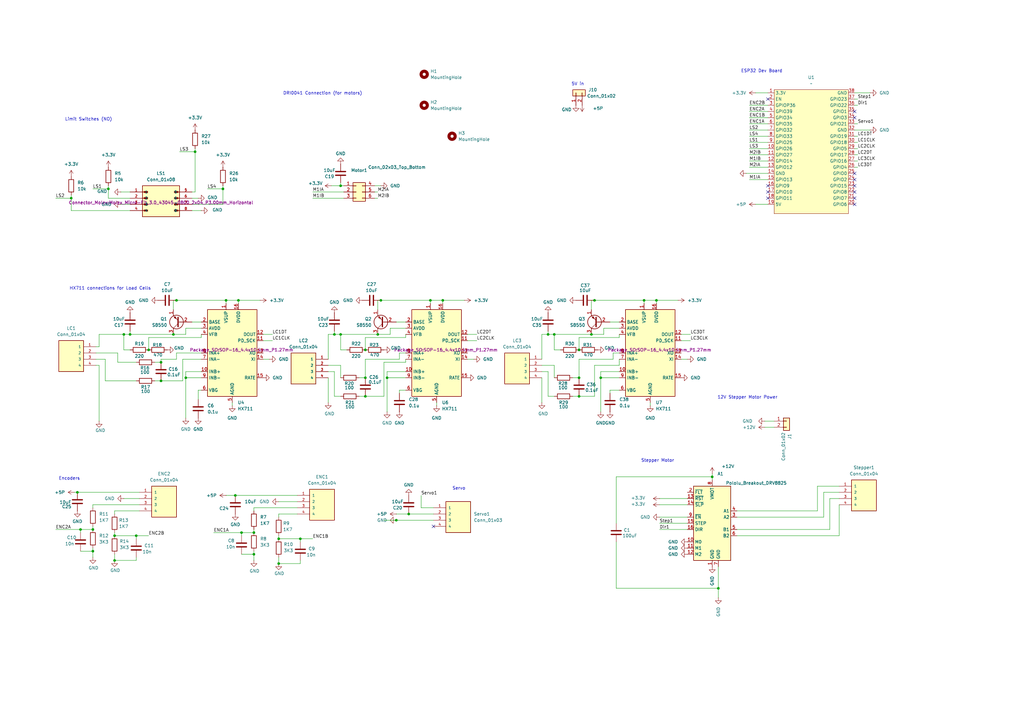
<source format=kicad_sch>
(kicad_sch (version 20250114) (generator "eeschema") (generator_version "9.0")
  (paper "A3")
  (text "DRI0041 Connection (for motors)\n" (at 132.334 38.354 0) (effects (font (size 1.27 1.27))))
  (text "Servo\n" (at 188.214 200.406 0) (effects (font (size 1.27 1.27))))
  (text "Encoders\n" (at 28.448 196.342 0) (effects (font (size 1.27 1.27))))
  (text "5V in\n" (at 236.982 34.544 0) (effects (font (size 1.27 1.27))))
  (text "Limit Switches (NO)\n" (at 36.322 49.022 0) (effects (font (size 1.27 1.27))))
  (text "ESP32 Dev Board" (at 312.42 29.21 0) (effects (font (size 1.27 1.27))))
  (text "Stepper Motor" (at 269.748 188.976 0) (effects (font (size 1.27 1.27))))
  (text "HX711 connections for Load Cells\n" (at 45.212 118.364 0) (effects (font (size 1.27 1.27))))
  (text "12V Stepper Motor Power" (at 306.578 163.068 0) (effects (font (size 1.27 1.27))))
  (junction (at 137.16 137.16))
  (junction (at 123.19 220.98))
  (junction (at 264.16 123.19))
  (junction (at 38.1 217.17))
  (junction (at 97.79 123.19))
  (junction (at 99.06 218.44))
  (junction (at 156.21 123.19))
  (junction (at 149.86 162.56))
  (junction (at 44.45 77.47))
  (junction (at 237.49 162.56))
  (junction (at 149.86 154.94))
  (junction (at 292.1 195.58))
  (junction (at 114.3 220.98))
  (junction (at 104.14 227.33))
  (junction (at 33.02 217.17))
  (junction (at 91.44 77.47))
  (junction (at 243.84 123.19))
  (junction (at 55.88 219.71))
  (junction (at 242.57 137.16))
  (junction (at 237.49 154.94))
  (junction (at 154.94 137.16))
  (junction (at 269.24 123.19))
  (junction (at 66.04 148.59))
  (junction (at 237.49 143.51))
  (junction (at 227.33 137.16))
  (junction (at 71.12 137.16))
  (junction (at 139.7 76.2))
  (junction (at 53.34 137.16))
  (junction (at 114.3 231.14))
  (junction (at 224.79 137.16))
  (junction (at 66.04 156.21))
  (junction (at 158.75 154.94))
  (junction (at 72.39 123.19))
  (junction (at 104.14 218.44))
  (junction (at 149.86 143.51))
  (junction (at 80.01 62.23))
  (junction (at 162.56 213.36))
  (junction (at 139.7 137.16))
  (junction (at 246.38 154.94))
  (junction (at 31.75 201.93))
  (junction (at 181.61 123.19))
  (junction (at 176.53 123.19))
  (junction (at 50.8 137.16))
  (junction (at 46.99 229.87))
  (junction (at 60.96 143.51))
  (junction (at 167.64 210.82))
  (junction (at 294.64 241.3))
  (junction (at 38.1 226.06))
  (junction (at 46.99 219.71))
  (junction (at 92.71 123.19))
  (junction (at 96.52 203.2))
  (junction (at 29.21 81.28))
  (junction (at 76.2 154.94))
  (no_connect (at 350.52 78.74))
  (no_connect (at 350.52 45.72))
  (no_connect (at 350.52 73.66))
  (no_connect (at 350.52 71.12))
  (no_connect (at 314.96 78.74))
  (no_connect (at 350.52 81.28))
  (no_connect (at 314.96 76.2))
  (no_connect (at 350.52 76.2))
  (no_connect (at 350.52 83.82))
  (no_connect (at 314.96 81.28))
  (no_connect (at 350.52 48.26))
  (no_connect (at 177.8 215.9))
  (no_connect (at 314.96 40.64))
  (wire (pts (xy 254 137.16) (xy 254 138.43)))
  (wire (pts (xy 48.26 148.59) (xy 48.26 144.78)))
  (wire (pts (xy 356.87 53.34) (xy 350.52 53.34)))
  (wire (pts (xy 137.16 162.56) (xy 137.16 152.4)))
  (wire (pts (xy 307.34 48.26) (xy 314.96 48.26)))
  (wire (pts (xy 279.4 137.16) (xy 283.21 137.16)))
  (wire (pts (xy 229.87 143.51) (xy 227.33 143.51)))
  (wire (pts (xy 162.56 210.82) (xy 167.64 210.82)))
  (wire (pts (xy 351.79 68.58) (xy 350.52 68.58)))
  (wire (pts (xy 237.49 147.32) (xy 251.46 147.32)))
  (wire (pts (xy 55.88 156.21) (xy 43.18 156.21)))
  (wire (pts (xy 307.34 63.5) (xy 314.96 63.5)))
  (wire (pts (xy 72.39 147.32) (xy 72.39 144.78)))
  (wire (pts (xy 97.79 123.19) (xy 97.79 124.46)))
  (wire (pts (xy 270.51 207.01) (xy 281.94 207.01)))
  (wire (pts (xy 60.96 138.43) (xy 60.96 143.51)))
  (wire (pts (xy 154.94 137.16) (xy 139.7 137.16)))
  (wire (pts (xy 99.06 218.44) (xy 104.14 218.44)))
  (wire (pts (xy 264.16 123.19) (xy 269.24 123.19)))
  (wire (pts (xy 107.95 137.16) (xy 111.76 137.16)))
  (wire (pts (xy 246.38 154.94) (xy 254 154.94)))
  (wire (pts (xy 264.16 123.19) (xy 264.16 124.46)))
  (wire (pts (xy 227.33 137.16) (xy 224.79 137.16)))
  (wire (pts (xy 114.3 210.82) (xy 121.92 210.82)))
  (wire (pts (xy 340.36 204.47) (xy 344.17 204.47)))
  (wire (pts (xy 307.34 53.34) (xy 314.96 53.34)))
  (wire (pts (xy 149.86 147.32) (xy 149.86 154.94)))
  (wire (pts (xy 344.17 207.01) (xy 344.17 219.71)))
  (wire (pts (xy 176.53 123.19) (xy 181.61 123.19)))
  (wire (pts (xy 91.44 77.47) (xy 91.44 83.82)))
  (wire (pts (xy 172.72 208.28) (xy 177.8 208.28)))
  (wire (pts (xy 351.79 60.96) (xy 350.52 60.96)))
  (wire (pts (xy 243.84 123.19) (xy 264.16 123.19)))
  (wire (pts (xy 270.51 217.17) (xy 281.94 217.17)))
  (wire (pts (xy 227.33 137.16) (xy 227.33 143.51)))
  (wire (pts (xy 247.65 137.16) (xy 242.57 137.16)))
  (wire (pts (xy 30.48 201.93) (xy 31.75 201.93)))
  (wire (pts (xy 46.99 227.33) (xy 46.99 229.87)))
  (wire (pts (xy 85.09 77.47) (xy 91.44 77.47)))
  (wire (pts (xy 134.62 137.16) (xy 137.16 137.16)))
  (wire (pts (xy 66.04 147.32) (xy 72.39 147.32)))
  (wire (pts (xy 237.49 138.43) (xy 237.49 143.51)))
  (wire (pts (xy 252.73 222.25) (xy 252.73 241.3)))
  (wire (pts (xy 49.53 83.82) (xy 53.34 83.82)))
  (wire (pts (xy 80.01 60.96) (xy 80.01 62.23)))
  (wire (pts (xy 270.51 212.09) (xy 281.94 212.09)))
  (wire (pts (xy 335.28 199.39) (xy 335.28 209.55)))
  (wire (pts (xy 39.37 149.86) (xy 40.64 149.86)))
  (wire (pts (xy 279.4 147.32) (xy 281.94 147.32)))
  (wire (pts (xy 172.72 203.2) (xy 172.72 208.28)))
  (wire (pts (xy 114.3 212.09) (xy 114.3 210.82)))
  (wire (pts (xy 46.99 219.71) (xy 55.88 219.71)))
  (wire (pts (xy 147.32 154.94) (xy 149.86 154.94)))
  (wire (pts (xy 104.14 226.06) (xy 104.14 227.33)))
  (wire (pts (xy 351.79 43.18) (xy 350.52 43.18)))
  (wire (pts (xy 351.79 63.5) (xy 350.52 63.5)))
  (wire (pts (xy 237.49 162.56) (xy 243.84 162.56)))
  (wire (pts (xy 44.45 76.2) (xy 44.45 77.47)))
  (wire (pts (xy 73.66 62.23) (xy 80.01 62.23)))
  (wire (pts (xy 162.56 132.08) (xy 166.37 132.08)))
  (wire (pts (xy 72.39 123.19) (xy 92.71 123.19)))
  (wire (pts (xy 166.37 148.59) (xy 166.37 147.32)))
  (wire (pts (xy 134.62 154.94) (xy 134.62 165.1)))
  (wire (pts (xy 163.83 144.78) (xy 166.37 144.78)))
  (wire (pts (xy 306.07 71.12) (xy 314.96 71.12)))
  (wire (pts (xy 139.7 137.16) (xy 137.16 137.16)))
  (wire (pts (xy 234.95 162.56) (xy 237.49 162.56)))
  (wire (pts (xy 307.34 43.18) (xy 314.96 43.18)))
  (wire (pts (xy 356.87 38.1) (xy 350.52 38.1)))
  (wire (pts (xy 139.7 137.16) (xy 139.7 143.51)))
  (wire (pts (xy 153.67 81.28) (xy 154.94 81.28)))
  (wire (pts (xy 82.55 134.62) (xy 76.2 134.62)))
  (wire (pts (xy 40.64 137.16) (xy 50.8 137.16)))
  (wire (pts (xy 307.34 60.96) (xy 314.96 60.96)))
  (wire (pts (xy 250.19 132.08) (xy 254 132.08)))
  (wire (pts (xy 81.28 160.02) (xy 81.28 163.83)))
  (wire (pts (xy 153.67 76.2) (xy 156.21 76.2)))
  (wire (pts (xy 158.75 154.94) (xy 158.75 168.91)))
  (wire (pts (xy 29.21 80.01) (xy 29.21 81.28)))
  (wire (pts (xy 76.2 154.94) (xy 76.2 171.45)))
  (wire (pts (xy 179.07 165.1) (xy 179.07 166.37)))
  (wire (pts (xy 166.37 152.4) (xy 158.75 152.4)))
  (wire (pts (xy 78.74 83.82) (xy 91.44 83.82)))
  (wire (pts (xy 149.86 147.32) (xy 163.83 147.32)))
  (wire (pts (xy 254 149.86) (xy 254 147.32)))
  (wire (pts (xy 166.37 134.62) (xy 160.02 134.62)))
  (wire (pts (xy 270.51 204.47) (xy 281.94 204.47)))
  (wire (pts (xy 99.06 218.44) (xy 99.06 219.71)))
  (wire (pts (xy 149.86 162.56) (xy 157.48 162.56)))
  (wire (pts (xy 114.3 220.98) (xy 114.3 219.71)))
  (wire (pts (xy 252.73 214.63) (xy 252.73 195.58)))
  (wire (pts (xy 270.51 214.63) (xy 281.94 214.63)))
  (wire (pts (xy 139.7 74.93) (xy 139.7 76.2)))
  (wire (pts (xy 224.79 162.56) (xy 224.79 152.4)))
  (wire (pts (xy 137.16 137.16) (xy 137.16 135.89)))
  (wire (pts (xy 33.02 226.06) (xy 38.1 226.06)))
  (wire (pts (xy 247.65 134.62) (xy 247.65 137.16)))
  (wire (pts (xy 71.12 123.19) (xy 72.39 123.19)))
  (wire (pts (xy 139.7 154.94) (xy 139.7 149.86)))
  (wire (pts (xy 50.8 204.47) (xy 57.15 204.47)))
  (wire (pts (xy 313.69 172.72) (xy 317.5 172.72)))
  (wire (pts (xy 63.5 156.21) (xy 66.04 156.21)))
  (wire (pts (xy 99.06 227.33) (xy 104.14 227.33)))
  (wire (pts (xy 55.88 219.71) (xy 55.88 220.98)))
  (wire (pts (xy 82.55 138.43) (xy 82.55 137.16)))
  (wire (pts (xy 134.62 152.4) (xy 137.16 152.4)))
  (wire (pts (xy 123.19 220.98) (xy 123.19 222.25)))
  (wire (pts (xy 76.2 137.16) (xy 71.12 137.16)))
  (wire (pts (xy 250.19 160.02) (xy 250.19 161.29)))
  (wire (pts (xy 114.3 205.74) (xy 121.92 205.74)))
  (wire (pts (xy 66.04 156.21) (xy 74.93 156.21)))
  (wire (pts (xy 74.93 147.32) (xy 82.55 147.32)))
  (wire (pts (xy 38.1 224.79) (xy 38.1 226.06)))
  (wire (pts (xy 50.8 137.16) (xy 53.34 137.16)))
  (wire (pts (xy 252.73 195.58) (xy 292.1 195.58)))
  (wire (pts (xy 163.83 160.02) (xy 166.37 160.02)))
  (wire (pts (xy 191.77 147.32) (xy 194.31 147.32)))
  (wire (pts (xy 123.19 229.87) (xy 123.19 231.14)))
  (wire (pts (xy 38.1 207.01) (xy 57.15 207.01)))
  (wire (pts (xy 91.44 76.2) (xy 91.44 77.47)))
  (wire (pts (xy 39.37 144.78) (xy 48.26 144.78)))
  (wire (pts (xy 46.99 210.82) (xy 46.99 209.55)))
  (wire (pts (xy 22.86 81.28) (xy 29.21 81.28)))
  (wire (pts (xy 222.25 137.16) (xy 222.25 147.32)))
  (wire (pts (xy 139.7 76.2) (xy 140.97 76.2)))
  (wire (pts (xy 266.7 165.1) (xy 266.7 166.37)))
  (wire (pts (xy 307.34 45.72) (xy 314.96 45.72)))
  (wire (pts (xy 153.67 78.74) (xy 154.94 78.74)))
  (wire (pts (xy 114.3 220.98) (xy 123.19 220.98)))
  (wire (pts (xy 139.7 162.56) (xy 137.16 162.56)))
  (wire (pts (xy 166.37 137.16) (xy 166.37 138.43)))
  (wire (pts (xy 104.14 208.28) (xy 104.14 209.55)))
  (wire (pts (xy 97.79 123.19) (xy 106.68 123.19)))
  (wire (pts (xy 252.73 241.3) (xy 294.64 241.3)))
  (wire (pts (xy 33.02 217.17) (xy 38.1 217.17)))
  (wire (pts (xy 222.25 137.16) (xy 224.79 137.16)))
  (wire (pts (xy 123.19 220.98) (xy 128.27 220.98)))
  (wire (pts (xy 254 138.43) (xy 237.49 138.43)))
  (wire (pts (xy 160.02 134.62) (xy 160.02 137.16)))
  (wire (pts (xy 158.75 152.4) (xy 158.75 154.94)))
  (wire (pts (xy 163.83 147.32) (xy 163.83 144.78)))
  (wire (pts (xy 53.34 137.16) (xy 53.34 135.89)))
  (wire (pts (xy 82.55 152.4) (xy 76.2 152.4)))
  (wire (pts (xy 107.95 147.32) (xy 110.49 147.32)))
  (wire (pts (xy 128.27 81.28) (xy 140.97 81.28)))
  (wire (pts (xy 242.57 123.19) (xy 242.57 127)))
  (wire (pts (xy 134.62 137.16) (xy 134.62 147.32)))
  (wire (pts (xy 157.48 148.59) (xy 166.37 148.59)))
  (wire (pts (xy 351.79 40.64) (xy 350.52 40.64)))
  (wire (pts (xy 294.64 241.3) (xy 294.64 232.41)))
  (wire (pts (xy 162.56 213.36) (xy 177.8 213.36)))
  (wire (pts (xy 107.95 139.7) (xy 111.76 139.7)))
  (wire (pts (xy 157.48 213.36) (xy 162.56 213.36)))
  (wire (pts (xy 158.75 154.94) (xy 166.37 154.94)))
  (wire (pts (xy 243.84 162.56) (xy 243.84 149.86)))
  (wire (pts (xy 191.77 139.7) (xy 195.58 139.7)))
  (wire (pts (xy 46.99 209.55) (xy 57.15 209.55)))
  (wire (pts (xy 38.1 215.9) (xy 38.1 217.17)))
  (wire (pts (xy 80.01 62.23) (xy 80.01 78.74)))
  (wire (pts (xy 292.1 194.31) (xy 292.1 195.58)))
  (wire (pts (xy 251.46 144.78) (xy 254 144.78)))
  (wire (pts (xy 147.32 162.56) (xy 149.86 162.56)))
  (wire (pts (xy 76.2 154.94) (xy 82.55 154.94)))
  (wire (pts (xy 269.24 123.19) (xy 278.13 123.19)))
  (wire (pts (xy 29.21 81.28) (xy 29.21 86.36)))
  (wire (pts (xy 337.82 201.93) (xy 344.17 201.93)))
  (wire (pts (xy 46.99 219.71) (xy 46.99 218.44)))
  (wire (pts (xy 251.46 147.32) (xy 251.46 144.78)))
  (wire (pts (xy 81.28 160.02) (xy 82.55 160.02)))
  (wire (pts (xy 95.25 165.1) (xy 95.25 166.37)))
  (wire (pts (xy 38.1 77.47) (xy 44.45 77.47)))
  (wire (pts (xy 87.63 218.44) (xy 99.06 218.44)))
  (wire (pts (xy 234.95 154.94) (xy 237.49 154.94)))
  (wire (pts (xy 92.71 203.2) (xy 96.52 203.2)))
  (wire (pts (xy 227.33 162.56) (xy 224.79 162.56)))
  (wire (pts (xy 44.45 81.28) (xy 53.34 81.28)))
  (wire (pts (xy 104.14 217.17) (xy 104.14 218.44)))
  (wire (pts (xy 250.19 160.02) (xy 254 160.02)))
  (wire (pts (xy 149.86 138.43) (xy 149.86 143.51)))
  (wire (pts (xy 40.64 149.86) (xy 40.64 172.72)))
  (wire (pts (xy 222.25 149.86) (xy 227.33 149.86)))
  (wire (pts (xy 309.88 38.1) (xy 314.96 38.1)))
  (wire (pts (xy 134.62 149.86) (xy 139.7 149.86)))
  (wire (pts (xy 307.34 55.88) (xy 314.96 55.88)))
  (wire (pts (xy 335.28 199.39) (xy 344.17 199.39)))
  (wire (pts (xy 279.4 139.7) (xy 283.21 139.7)))
  (wire (pts (xy 254 152.4) (xy 246.38 152.4)))
  (wire (pts (xy 50.8 137.16) (xy 50.8 143.51)))
  (wire (pts (xy 307.34 68.58) (xy 314.96 68.58)))
  (wire (pts (xy 242.57 123.19) (xy 243.84 123.19)))
  (wire (pts (xy 313.69 175.26) (xy 317.5 175.26)))
  (wire (pts (xy 55.88 219.71) (xy 60.96 219.71)))
  (wire (pts (xy 92.71 123.19) (xy 97.79 123.19)))
  (wire (pts (xy 154.94 123.19) (xy 156.21 123.19)))
  (wire (pts (xy 156.21 123.19) (xy 176.53 123.19)))
  (wire (pts (xy 176.53 123.19) (xy 176.53 124.46)))
  (wire (pts (xy 53.34 143.51) (xy 50.8 143.51)))
  (wire (pts (xy 135.89 76.2) (xy 139.7 76.2)))
  (wire (pts (xy 38.1 207.01) (xy 38.1 208.28)))
  (wire (pts (xy 63.5 148.59) (xy 66.04 148.59)))
  (wire (pts (xy 351.79 55.88) (xy 350.52 55.88)))
  (wire (pts (xy 246.38 154.94) (xy 246.38 168.91)))
  (wire (pts (xy 44.45 77.47) (xy 44.45 81.28)))
  (wire (pts (xy 66.04 147.32) (xy 66.04 148.59)))
  (wire (pts (xy 351.79 66.04) (xy 350.52 66.04)))
  (wire (pts (xy 92.71 123.19) (xy 92.71 124.46)))
  (wire (pts (xy 114.3 228.6) (xy 114.3 231.14)))
  (wire (pts (xy 157.48 162.56) (xy 157.48 148.59)))
  (wire (pts (xy 181.61 123.19) (xy 181.61 124.46)))
  (wire (pts (xy 340.36 204.47) (xy 340.36 217.17)))
  (wire (pts (xy 222.25 154.94) (xy 222.25 165.1)))
  (wire (pts (xy 72.39 144.78) (xy 82.55 144.78)))
  (wire (pts (xy 49.53 78.74) (xy 53.34 78.74)))
  (wire (pts (xy 33.02 217.17) (xy 33.02 218.44)))
  (wire (pts (xy 246.38 152.4) (xy 246.38 154.94)))
  (wire (pts (xy 40.64 137.16) (xy 40.64 142.24)))
  (wire (pts (xy 351.79 58.42) (xy 350.52 58.42)))
  (wire (pts (xy 123.19 231.14) (xy 114.3 231.14)))
  (wire (pts (xy 74.93 156.21) (xy 74.93 147.32)))
  (wire (pts (xy 55.88 229.87) (xy 46.99 229.87)))
  (wire (pts (xy 82.55 138.43) (xy 60.96 138.43)))
  (wire (pts (xy 128.27 78.74) (xy 140.97 78.74)))
  (wire (pts (xy 340.36 217.17) (xy 302.26 217.17)))
  (wire (pts (xy 22.86 217.17) (xy 33.02 217.17)))
  (wire (pts (xy 181.61 123.19) (xy 190.5 123.19)))
  (wire (pts (xy 38.1 226.06) (xy 38.1 228.6)))
  (wire (pts (xy 154.94 123.19) (xy 154.94 127)))
  (wire (pts (xy 78.74 132.08) (xy 82.55 132.08)))
  (wire (pts (xy 335.28 209.55) (xy 302.26 209.55)))
  (wire (pts (xy 269.24 123.19) (xy 269.24 124.46)))
  (wire (pts (xy 55.88 228.6) (xy 55.88 229.87)))
  (wire (pts (xy 222.25 152.4) (xy 224.79 152.4)))
  (wire (pts (xy 142.24 143.51) (xy 139.7 143.51)))
  (wire (pts (xy 243.84 149.86) (xy 254 149.86)))
  (wire (pts (xy 104.14 208.28) (xy 121.92 208.28)))
  (wire (pts (xy 309.88 83.82) (xy 314.96 83.82)))
  (wire (pts (xy 307.34 73.66) (xy 314.96 73.66)))
  (wire (pts (xy 337.82 201.93) (xy 337.82 212.09)))
  (wire (pts (xy 71.12 123.19) (xy 71.12 127)))
  (wire (pts (xy 237.49 147.32) (xy 237.49 154.94)))
  (wire (pts (xy 227.33 154.94) (xy 227.33 149.86)))
  (wire (pts (xy 351.79 50.8) (xy 350.52 50.8)))
  (wire (pts (xy 294.64 241.3) (xy 294.64 245.11)))
  (wire (pts (xy 29.21 86.36) (xy 53.34 86.36)))
  (wire (pts (xy 80.01 78.74) (xy 78.74 78.74)))
  (wire (pts (xy 76.2 152.4) (xy 76.2 154.94)))
  (wire (pts (xy 39.37 142.24) (xy 40.64 142.24)))
  (wire (pts (xy 53.34 137.16) (xy 71.12 137.16)))
  (wire (pts (xy 337.82 212.09) (xy 302.26 212.09)))
  (wire (pts (xy 163.83 160.02) (xy 163.83 161.29)))
  (wire (pts (xy 160.02 137.16) (xy 154.94 137.16)))
  (wire (pts (xy 104.14 227.33) (xy 104.14 229.87)))
  (wire (pts (xy 307.34 58.42) (xy 314.96 58.42)))
  (wire (pts (xy 39.37 147.32) (xy 43.18 147.32)))
  (wire (pts (xy 307.34 50.8) (xy 314.96 50.8)))
  (wire (pts (xy 43.18 156.21) (xy 43.18 147.32)))
  (wire (pts (xy 31.75 201.93) (xy 57.15 201.93)))
  (wire (pts (xy 344.17 219.71) (xy 302.26 219.71)))
  (wire (pts (xy 242.57 137.16) (xy 227.33 137.16)))
  (wire (pts (xy 78.74 86.36) (xy 82.55 86.36)))
  (wire (pts (xy 292.1 195.58) (xy 292.1 196.85)))
  (wire (pts (xy 76.2 134.62) (xy 76.2 137.16)))
  (wire (pts (xy 254 134.62) (xy 247.65 134.62)))
  (wire (pts (xy 78.74 81.28) (xy 81.28 81.28)))
  (wire (pts (xy 48.26 148.59) (xy 55.88 148.59)))
  (wire (pts (xy 191.77 137.16) (xy 195.58 137.16)))
  (wire (pts (xy 96.52 203.2) (xy 121.92 203.2)))
  (wire (pts (xy 166.37 138.43) (xy 149.86 138.43)))
  (wire (pts (xy 224.79 137.16) (xy 224.79 135.89)))
  (wire (pts (xy 167.64 210.82) (xy 177.8 210.82)))
  (wire (pts (xy 307.34 66.04) (xy 314.96 66.04)))
  (label "ENC2B" (at 60.96 219.71 0))
  (label "LS4" (at 85.09 77.47 0))
  (label "LS4" (at 307.34 55.88 0))
  (label "Step1" (at 351.79 40.64 0))
  (label "ENC2A" (at 22.86 217.17 0))
  (label "M1IA" (at 307.34 73.66 0))
  (label "M1IB" (at 128.27 81.28 0))
  (label "LC1CLK" (at 111.76 139.7 0))
  (label "LC2DT" (at 195.58 137.16 0))
  (label "M1IB" (at 307.34 66.04 0))
  (label "M1IA" (at 128.27 78.74 0))
  (label "LS3" (at 307.34 60.96 0))
  (label "LC2DT" (at 351.79 63.5 0))
  (label "LC3DT" (at 351.79 68.58 0))
  (label "ENC2A" (at 307.34 45.72 0))
  (label "LS3" (at 73.66 62.23 0))
  (label "Dir1" (at 351.79 43.18 0))
  (label "LS1" (at 307.34 58.42 0))
  (label "LC1CLK" (at 351.79 58.42 0))
  (label "Dir1" (at 270.51 217.17 0))
  (label "M2IA" (at 307.34 68.58 0))
  (label "Servo1" (at 351.79 50.8 0))
  (label "LC3CLK" (at 351.79 66.04 0))
  (label "LS1" (at 38.1 77.47 0))
  (label "ENC1B" (at 128.27 220.98 0))
  (label "LS2" (at 307.34 53.34 0))
  (label "ENC1A" (at 87.63 218.44 0))
  (label "LC3DT" (at 283.21 137.16 0))
  (label "LC1DT" (at 351.79 55.88 0))
  (label "LC2CLK" (at 351.79 60.96 0))
  (label "Step1" (at 270.51 214.63 0))
  (label "M2IB" (at 154.94 81.28 0))
  (label "LS2" (at 22.86 81.28 0))
  (label "ENC2B" (at 307.34 43.18 0))
  (label "LC3CLK" (at 283.21 139.7 0))
  (label "ENC1A" (at 307.34 50.8 0))
  (label "LC2CLK" (at 195.58 139.7 0))
  (label "M2IA" (at 154.94 78.74 0))
  (label "LC1DT" (at 111.76 137.16 0))
  (label "Servo1" (at 172.72 203.2 0))
  (label "ENC1B" (at 307.34 48.26 0))
  (label "M2IB" (at 307.34 63.5 0))
  (symbol (lib_id "Device:C") (at 55.88 224.79 0) (unit 1)
    (property "Reference" "C11" (at 59.182 223.774 0) (effects (justify left)))
    (property "Value" "10n" (at 58.42 226.314 0) (effects (justify left)))
    (property "Footprint" "Capacitor_SMD:C_0805_2012Metric" (effects (hide yes)))
    (property "Description" "Unpolarized capacitor" (effects (hide yes)))
  )
  (symbol (lib_id "430450400:430450400") (at 29.21 144.78 0) (mirror y) (unit 1)
    (property "Reference" "LC1" (at 29.21 134.62 0))
    (property "Value" "Conn_01x04" (at 29.21 137.16 0))
    (property "Footprint" "Connector_Molex:Molex_Micro-Fit_3.0_43045-0400_2x02_P3.00mm_Horizontal" (effects (hide yes)))
    (property "Description" "Generic connector, single row, 01x04, script generated (kicad-library-utils/schlib/autogen/connector/)" (effects (hide yes)))
    (property "MF" "Molex" (effects (hide yes)))
    (property "MAXIMUM_PACKAGE_HEIGHT" "8.77mm" (effects (hide yes)))
    (property "Package" "None" (effects (hide yes)))
    (property "Price" "None" (effects (hide yes)))
    (property "Check_prices" "https://www.snapeda.com/parts/430450400/Molex/view-part/?ref=eda" (effects (hide yes)))
    (property "STANDARD" "Manufacturer Recommendations" (effects (hide yes)))
    (property "PARTREV" "G" (effects (hide yes)))
    (property "SnapEDA_Link" "https://www.snapeda.com/parts/430450400/Molex/view-part/?ref=snap" (effects (hide yes)))
    (property "MP" "430450400" (effects (hide yes)))
    (property "Description_1" "Conn Wire to Board HDR 4 POS 3mm Solder RA Side Entry Thru-Hole Micro-Fit 3.0 Tray" (effects (hide yes)))
    (property "Availability" "In Stock" (effects (hide yes)))
    (property "MANUFACTURER" "Molex" (effects (hide yes)))
    (property "Purchase-URL" "https://www.snapeda.com/api/url_track_click_mouser/?unipart_id=12304996&manufacturer=Molex&part_name=430450400&search_term=430450400" (effects (hide yes)))
  )
  (symbol (lib_id "Device:R") (at 46.99 214.63 0) (unit 1)
    (property "Reference" "R13" (at 48.768 213.36 0) (effects (justify left)))
    (property "Value" "1K7" (at 48.768 215.9 0) (effects (justify left)))
    (property "Footprint" "Resistor_SMD:R_0805_2012Metric" (effects (hide yes)))
    (property "Description" "Resistor" (effects (hide yes)))
  )
  (symbol (lib_id "power:GND") (at 356.87 38.1 90) (unit 1)
    (property "Reference" "#PWR02" (effects (hide yes)))
    (property "Value" "GND" (at 360.68 38.0999 90) (effects (justify right)))
    (property "Description" "Power symbol creates a global label with name \"GND\" , ground" (effects (hide yes)))
  )
  (symbol (lib_id "power:+3.3V") (at 278.13 123.19 270) (unit 1)
    (property "Reference" "#PWR076" (effects (hide yes)))
    (property "Value" "+3.3V" (at 281.94 123.1899 90) (effects (justify left)))
    (property "Description" "Power symbol creates a global label with name \"+3.3V\"" (effects (hide yes)))
  )
  (symbol (lib_id "power:+3.3V") (at 270.51 204.47 90) (unit 1)
    (property "Reference" "#PWR03" (effects (hide yes)))
    (property "Value" "+3.3V" (at 264.668 204.216 90) (effects (justify left)))
    (property "Description" "Power symbol creates a global label with name \"+3.3V\"" (effects (hide yes)))
  )
  (symbol (lib_id "power:+3.3V") (at 29.21 72.39 0) (unit 1)
    (property "Reference" "#PWR032" (effects (hide yes)))
    (property "Value" "+3.3V" (at 29.21 67.31 0))
    (property "Description" "Power symbol creates a global label with name \"+3.3V\"" (effects (hide yes)))
  )
  (symbol (lib_id "Device:R") (at 233.68 143.51 90) (unit 1)
    (property "Reference" "R30" (at 233.68 140.97 90))
    (property "Value" "220" (at 233.68 146.05 90))
    (property "Footprint" "Resistor_SMD:R_0805_2012Metric" (effects (hide yes)))
    (property "Description" "Resistor" (effects (hide yes)))
  )
  (symbol (lib_id "Device:C") (at 167.64 207.01 0) (mirror y) (unit 1)
    (property "Reference" "C20" (at 163.068 208.28 0))
    (property "Value" "10uF" (at 163.068 205.74 0))
    (property "Footprint" "Capacitor_SMD:C_0805_2012Metric" (effects (hide yes)))
    (property "Description" "Unpolarized capacitor" (effects (hide yes)))
  )
  (symbol (lib_id "Driver_Motor:Pololu_Breakout_DRV8825") (at 292.1 212.09 0) (unit 1)
    (property "Reference" "A1" (at 294.2433 194.31 0) (effects (justify left)))
    (property "Value" "Pololu_Breakout_DRV8825" (at 297.688 198.12 0) (effects (justify left)))
    (property "Footprint" "Module:Pololu_Breakout-16_15.2x20.3mm" (effects (hide yes)))
    (property "Datasheet" "https://www.pololu.com/product/2982" (effects (hide yes)))
    (property "Description" "Pololu Breakout Board, Stepper Driver DRV8825" (effects (hide yes)))
  )
  (symbol (lib_id "power:GND") (at 279.4 154.94 90) (unit 1)
    (property "Reference" "#PWR077" (effects (hide yes)))
    (property "Value" "GND" (at 283.21 154.9399 90) (effects (justify right)))
    (property "Description" "Power symbol creates a global label with name \"GND\" , ground" (effects (hide yes)))
  )
  (symbol (lib_id "power:+3.3V") (at 80.01 53.34 0) (unit 1)
    (property "Reference" "#PWR068" (effects (hide yes)))
    (property "Value" "+3.3V" (at 80.01 48.26 0))
    (property "Description" "Power symbol creates a global label with name \"+3.3V\"" (effects (hide yes)))
  )
  (symbol (lib_id "Device:C") (at 149.86 158.75 0) (unit 1)
    (property "Reference" "C26" (at 151.384 154.686 0) (effects (justify left)))
    (property "Value" "0.1uF" (at 151.13 156.718 0) (effects (justify left)))
    (property "Footprint" "Capacitor_SMD:C_0805_2012Metric" (effects (hide yes)))
    (property "Description" "Unpolarized capacitor" (effects (hide yes)))
  )
  (symbol (lib_id "power:GND") (at 191.77 154.94 90) (unit 1)
    (property "Reference" "#PWR064" (effects (hide yes)))
    (property "Value" "GND" (at 195.58 154.9399 90) (effects (justify right)))
    (property "Description" "Power symbol creates a global label with name \"GND\" , ground" (effects (hide yes)))
  )
  (symbol (lib_id "Device:C") (at 224.79 132.08 0) (mirror y) (unit 1)
    (property "Reference" "C35" (at 220.218 133.35 0))
    (property "Value" "10uF" (at 220.218 130.81 0))
    (property "Footprint" "Capacitor_SMD:C_0805_2012Metric" (effects (hide yes)))
    (property "Description" "Unpolarized capacitor" (effects (hide yes)))
  )
  (symbol (lib_id "Device:R") (at 44.45 72.39 0) (unit 1)
    (property "Reference" "R5" (at 46.99 71.1199 0) (effects (justify left)))
    (property "Value" "10k" (at 46.99 73.6599 0) (effects (justify left)))
    (property "Footprint" "Resistor_SMD:R_0805_2012Metric" (effects (hide yes)))
    (property "Description" "Resistor" (effects (hide yes)))
  )
  (symbol (lib_id "430450400:430450400") (at 67.31 204.47 0) (unit 1)
    (property "Reference" "ENC2" (at 67.31 194.31 0))
    (property "Value" "Conn_01x04" (at 67.31 196.85 0))
    (property "Footprint" "Connector_Molex:Molex_Micro-Fit_3.0_43045-0400_2x02_P3.00mm_Horizontal" (effects (hide yes)))
    (property "Description" "Generic connector, single row, 01x04, script generated (kicad-library-utils/schlib/autogen/connector/)" (effects (hide yes)))
    (property "MF" "Molex" (effects (hide yes)))
    (property "MAXIMUM_PACKAGE_HEIGHT" "8.77mm" (effects (hide yes)))
    (property "Package" "None" (effects (hide yes)))
    (property "Price" "None" (effects (hide yes)))
    (property "Check_prices" "https://www.snapeda.com/parts/430450400/Molex/view-part/?ref=eda" (effects (hide yes)))
    (property "STANDARD" "Manufacturer Recommendations" (effects (hide yes)))
    (property "PARTREV" "G" (effects (hide yes)))
    (property "SnapEDA_Link" "https://www.snapeda.com/parts/430450400/Molex/view-part/?ref=snap" (effects (hide yes)))
    (property "MP" "430450400" (effects (hide yes)))
    (property "Description_1" "Conn Wire to Board HDR 4 POS 3mm Solder RA Side Entry Thru-Hole Micro-Fit 3.0 Tray" (effects (hide yes)))
    (property "Availability" "In Stock" (effects (hide yes)))
    (property "MANUFACTURER" "Molex" (effects (hide yes)))
    (property "Purchase-URL" "https://www.snapeda.com/api/url_track_click_mouser/?unipart_id=12304996&manufacturer=Molex&part_name=430450400&search_term=430450400" (effects (hide yes)))
  )
  (symbol (lib_id "Device:R") (at 231.14 154.94 90) (unit 1)
    (property "Reference" "R28" (at 230.886 157.226 90))
    (property "Value" "100" (at 230.886 159.004 90))
    (property "Footprint" "Resistor_SMD:R_0805_2012Metric" (effects (hide yes)))
    (property "Description" "Resistor" (effects (hide yes)))
  )
  (symbol (lib_id "Device:R") (at 143.51 154.94 90) (unit 1)
    (property "Reference" "R20" (at 143.256 157.226 90))
    (property "Value" "100" (at 143.256 159.004 90))
    (property "Footprint" "Resistor_SMD:R_0805_2012Metric" (effects (hide yes)))
    (property "Description" "Resistor" (effects (hide yes)))
  )
  (symbol (lib_id "power:GND") (at 81.28 171.45 0) (unit 1)
    (property "Reference" "#PWR020" (effects (hide yes)))
    (property "Value" "GND" (at 81.28 176.022 0))
    (property "Description" "Power symbol creates a global label with name \"GND\" , ground" (effects (hide yes)))
  )
  (symbol (lib_id "Device:R") (at 231.14 162.56 90) (unit 1)
    (property "Reference" "R29" (at 231.14 165.1 90))
    (property "Value" "100" (at 231.14 166.878 90))
    (property "Footprint" "Resistor_SMD:R_0805_2012Metric" (effects (hide yes)))
    (property "Description" "Resistor" (effects (hide yes)))
  )
  (symbol (lib_id "Analog_ADC:HX711") (at 266.7 144.78 0) (unit 1)
    (property "Reference" "U7" (at 268.8941 165.1 0) (effects (justify left)))
    (property "Value" "HX711" (at 268.8941 167.64 0) (effects (justify left)))
    (property "Footprint" "Package_SO:SOP-16_4.4x10.4mm_P1.27mm" (at 270.51 143.51 0))
    (property "Datasheet" "https://web.archive.org/web/20220615044707/https://akizukidenshi.com/download/ds/avia/hx711.pdf" (effects (hide yes)))
    (property "Description" "24-Bit Analog-to-Digital Converter (ADC) for Weight Scales" (effects (hide yes)))
  )
  (symbol (lib_id "Device:R") (at 153.67 143.51 90) (unit 1)
    (property "Reference" "R23" (at 153.416 141.478 90))
    (property "Value" "470" (at 153.67 145.542 90))
    (property "Footprint" "Resistor_SMD:R_0805_2012Metric" (effects (hide yes)))
    (property "Description" "Resistor" (effects (hide yes)))
  )
  (symbol (lib_id "power:GND") (at 281.94 224.79 270) (unit 1)
    (property "Reference" "#PWR06" (effects (hide yes)))
    (property "Value" "GND" (at 278.13 224.7899 90) (effects (justify right)))
    (property "Description" "Power symbol creates a global label with name \"GND\" , ground" (effects (hide yes)))
  )
  (symbol (lib_id "Transistor_BJT:S8550") (at 157.48 132.08 180) (unit 1)
    (property "Reference" "Q2" (at 152.4 130.8099 0) (effects (justify left)))
    (property "Value" "S8550" (at 152.4 133.3499 0) (effects (justify left)))
    (property "Footprint" "Package_TO_SOT_THT:TO-92_Inline" (effects (hide yes)))
    (property "Datasheet" "http://www.unisonic.com.tw/datasheet/S8550.pdf" (effects (hide yes)))
    (property "Description" "0.7A Ic, 20V Vce, Low Voltage High Current PNP Transistor, TO-92" (effects (hide yes)))
  )
  (symbol (lib_id "power:GND") (at 356.87 53.34 90) (unit 1)
    (property "Reference" "#PWR036" (effects (hide yes)))
    (property "Value" "GND" (at 360.68 53.3399 90) (effects (justify right)))
    (property "Description" "Power symbol creates a global label with name \"GND\" , ground" (effects (hide yes)))
  )
  (symbol (lib_id "power:GND") (at 162.56 213.36 270) (unit 1)
    (property "Reference" "#PWR014" (effects (hide yes)))
    (property "Value" "GND" (at 158.75 213.3599 90) (effects (justify right)))
    (property "Description" "Power symbol creates a global label with name \"GND\" , ground" (effects (hide yes)))
  )
  (symbol (lib_id "power:GND") (at 294.64 245.11 0) (unit 1)
    (property "Reference" "#PWR010" (effects (hide yes)))
    (property "Value" "GND" (at 294.6399 248.92 90) (effects (justify right)))
    (property "Description" "Power symbol creates a global label with name \"GND\" , ground" (effects (hide yes)))
  )
  (symbol (lib_id "Device:R") (at 104.14 213.36 0) (unit 1)
    (property "Reference" "R7" (at 106.68 212.0899 0) (effects (justify left)))
    (property "Value" "1K7" (at 106.68 214.6299 0) (effects (justify left)))
    (property "Footprint" "Resistor_SMD:R_0805_2012Metric" (effects (hide yes)))
    (property "Description" "Resistor" (effects (hide yes)))
  )
  (symbol (lib_id "Device:C") (at 163.83 165.1 0) (unit 1)
    (property "Reference" "C28" (at 167.64 163.8299 0) (effects (justify left)))
    (property "Value" "0.1u" (at 167.64 166.3699 0) (effects (justify left)))
    (property "Footprint" "Capacitor_SMD:C_0805_2012Metric" (effects (hide yes)))
    (property "Description" "Unpolarized capacitor" (effects (hide yes)))
  )
  (symbol (lib_id "Device:R") (at 38.1 212.09 0) (unit 1)
    (property "Reference" "R11" (at 40.64 210.8199 0) (effects (justify left)))
    (property "Value" "1K7" (at 40.64 213.3599 0) (effects (justify left)))
    (property "Footprint" "Resistor_SMD:R_0805_2012Metric" (effects (hide yes)))
    (property "Description" "Resistor" (effects (hide yes)))
  )
  (symbol (lib_id "Device:C") (at 252.73 218.44 0) (unit 1)
    (property "Reference" "C1" (at 255.778 217.424 0) (effects (justify left)))
    (property "Value" "100uF" (at 255.27 219.71 0) (effects (justify left)))
    (property "Footprint" "Capacitor_SMD:C_0805_2012Metric" (effects (hide yes)))
    (property "Description" "Unpolarized capacitor" (effects (hide yes)))
  )
  (symbol (lib_id "power:GND") (at 40.64 172.72 0) (mirror y) (unit 1)
    (property "Reference" "#PWR035" (effects (hide yes)))
    (property "Value" "GND" (at 39.116 176.53 0) (effects (justify right)))
    (property "Description" "Power symbol creates a global label with name \"GND\" , ground" (effects (hide yes)))
  )
  (symbol (lib_id "power:GND") (at 107.95 154.94 90) (unit 1)
    (property "Reference" "#PWR024" (effects (hide yes)))
    (property "Value" "GND" (at 111.76 154.9399 90) (effects (justify right)))
    (property "Description" "Power symbol creates a global label with name \"GND\" , ground" (effects (hide yes)))
  )
  (symbol (lib_id "power:GND") (at 114.3 205.74 270) (unit 1)
    (property "Reference" "#PWR027" (effects (hide yes)))
    (property "Value" "GND" (at 110.49 205.7399 90) (effects (justify right)))
    (property "Description" "Power symbol creates a global label with name \"GND\" , ground" (effects (hide yes)))
  )
  (symbol (lib_id "power:GND") (at 64.77 123.19 270) (unit 1)
    (property "Reference" "#PWR022" (effects (hide yes)))
    (property "Value" "GND" (at 60.96 123.1899 90) (effects (justify right)))
    (property "Description" "Power symbol creates a global label with name \"GND\" , ground" (effects (hide yes)))
  )
  (symbol (lib_id "power:GND") (at 224.79 128.27 0) (mirror x) (unit 1)
    (property "Reference" "#PWR071" (effects (hide yes)))
    (property "Value" "GND" (at 224.79 123.952 0))
    (property "Description" "Power symbol creates a global label with name \"GND\" , ground" (effects (hide yes)))
  )
  (symbol (lib_id "power:+3.3V") (at 44.45 68.58 0) (unit 1)
    (property "Reference" "#PWR030" (effects (hide yes)))
    (property "Value" "+3.3V" (at 44.45 63.5 0))
    (property "Description" "Power symbol creates a global label with name \"+3.3V\"" (effects (hide yes)))
  )
  (symbol (lib_id "power:GND") (at 270.51 212.09 270) (unit 1)
    (property "Reference" "#PWR08" (effects (hide yes)))
    (property "Value" "GND" (at 266.7 212.0899 90) (effects (justify right)))
    (property "Description" "Power symbol creates a global label with name \"GND\" , ground" (effects (hide yes)))
  )
  (symbol (lib_id "power:+3.3V") (at 190.5 123.19 270) (unit 1)
    (property "Reference" "#PWR063" (effects (hide yes)))
    (property "Value" "+3.3V" (at 194.31 123.1899 90) (effects (justify left)))
    (property "Description" "Power symbol creates a global label with name \"+3.3V\"" (effects (hide yes)))
  )
  (symbol (lib_id "Device:C") (at 31.75 205.74 0) (mirror x) (unit 1)
    (property "Reference" "C25" (at 25.4 207.772 0) (effects (justify left)))
    (property "Value" "10uF" (at 24.384 205.994 0) (effects (justify left)))
    (property "Footprint" "Capacitor_SMD:C_0805_2012Metric" (effects (hide yes)))
    (property "Description" "Unpolarized capacitor" (effects (hide yes)))
  )
  (symbol (lib_id "Device:R") (at 57.15 143.51 90) (unit 1)
    (property "Reference" "R19" (at 57.15 140.97 90))
    (property "Value" "220" (at 57.15 146.05 90))
    (property "Footprint" "Resistor_SMD:R_0805_2012Metric" (effects (hide yes)))
    (property "Description" "Resistor" (effects (hide yes)))
  )
  (symbol (lib_id "power:GND") (at 82.55 86.36 90) (unit 1)
    (property "Reference" "#PWR050" (effects (hide yes)))
    (property "Value" "GND" (at 87.122 86.106 90) (effects (justify right)))
    (property "Description" "Power symbol creates a global label with name \"GND\" , ground" (effects (hide yes)))
  )
  (symbol (lib_id "Mechanical:MountingHole") (at 173.99 43.18 0) (unit 1) (exclude_from_sim yes) (in_bom no)
    (property "Reference" "H2" (at 176.53 41.9099 0) (effects (justify left)))
    (property "Value" "MountingHole" (at 176.53 44.4499 0) (effects (justify left)))
    (property "Footprint" "MountingHole:MountingHole_3.2mm_M3" (effects (hide yes)))
    (property "Description" "Mounting Hole without connection" (effects (hide yes)))
  )
  (symbol (lib_id "Device:C") (at 123.19 226.06 0) (unit 1)
    (property "Reference" "C9" (at 126.492 225.044 0) (effects (justify left)))
    (property "Value" "10n" (at 125.73 227.584 0) (effects (justify left)))
    (property "Footprint" "Capacitor_SMD:C_0805_2012Metric" (effects (hide yes)))
    (property "Description" "Unpolarized capacitor" (effects (hide yes)))
  )
  (symbol (lib_id "power:GND") (at 104.14 229.87 0) (unit 1)
    (property "Reference" "#PWR045" (effects (hide yes)))
    (property "Value" "GND" (at 104.394 234.188 0))
    (property "Description" "Power symbol creates a global label with name \"GND\" , ground" (effects (hide yes)))
  )
  (symbol (lib_id "Device:R") (at 64.77 143.51 90) (unit 1)
    (property "Reference" "R18" (at 64.516 141.478 90))
    (property "Value" "470" (at 64.77 145.542 90))
    (property "Footprint" "Resistor_SMD:R_0805_2012Metric" (effects (hide yes)))
    (property "Description" "Resistor" (effects (hide yes)))
  )
  (symbol (lib_id "power:GND") (at 236.22 123.19 270) (unit 1)
    (property "Reference" "#PWR072" (effects (hide yes)))
    (property "Value" "GND" (at 232.41 123.1899 90) (effects (justify right)))
    (property "Description" "Power symbol creates a global label with name \"GND\" , ground" (effects (hide yes)))
  )
  (symbol (lib_id "power:GND") (at 246.38 168.91 0) (unit 1)
    (property "Reference" "#PWR013" (effects (hide yes)))
    (property "Value" "GND" (at 246.38 173.482 0))
    (property "Description" "Power symbol creates a global label with name \"GND\" , ground" (effects (hide yes)))
  )
  (symbol (lib_id "Connector_Generic:Conn_02x03_Top_Bottom") (at 146.05 78.74 0) (unit 1)
    (property "Reference" "Motor1" (at 147.32 69.85 0))
    (property "Value" "Conn_02x03_Top_Bottom" (at 162.814 68.58 0))
    (property "Footprint" "Connector_Molex:Molex_Micro-Fit_3.0_43045-0600_2x03_P3.00mm_Horizontal" (effects (hide yes)))
    (property "Description" "Generic connector, double row, 02x03, top/bottom pin numbering scheme (row 1: 1...pins_per_row, row2: pins_per_row+1 ... num_pins), script generated (kicad-library-utils/schlib/autogen/connector/)" (effects (hide yes)))
  )
  (symbol (lib_id "430450800:430450800") (at 66.04 83.82 0) (unit 1)
    (property "Reference" "LS1" (at 66.04 71.12 0))
    (property "Value" "Conn_01x08" (at 66.04 73.66 0))
    (property "Footprint" "Connector_Molex:Molex_Micro-Fit_3.0_43045-0800_2x04_P3.00mm_Horizontal" (at 66.04 83.82 0) (effects (justify bottom)))
    (property "Description" "Generic connector, single row, 01x08, script generated (kicad-library-utils/schlib/autogen/connector/)" (effects (hide yes)))
    (property "MF" "Molex" (effects (hide yes)))
    (property "MAXIMUM_PACKAGE_HEIGHT" "8.77mm" (effects (hide yes)))
    (property "Package" "None" (effects (hide yes)))
    (property "Price" "None" (effects (hide yes)))
    (property "Check_prices" "https://www.snapeda.com/parts/43045-0800/Molex/view-part/?ref=eda" (effects (hide yes)))
    (property "STANDARD" "Manufacturer Recommendations" (effects (hide yes)))
    (property "PARTREV" "G" (effects (hide yes)))
    (property "SnapEDA_Link" "https://www.snapeda.com/parts/43045-0800/Molex/view-part/?ref=snap" (effects (hide yes)))
    (property "MP" "43045-0800" (effects (hide yes)))
    (property "Description_1" "Header 2 Row Right-Angle Snap-In Lock 8 Pin Tin Plate SMT/Glow Wire Compatible | Molex Incorporated 43045-0800" (effects (hide yes)))
    (property "Availability" "In Stock" (effects (hide yes)))
    (property "MANUFACTURER" "Molex" (effects (hide yes)))
    (property "Purchase-URL" "https://www.snapeda.com/api/url_track_click_mouser/?unipart_id=313045&manufacturer=Molex&part_name=43045-0800&search_term=430450800" (effects (hide yes)))
  )
  (symbol (lib_id "Device:C") (at 240.03 123.19 90) (unit 1)
    (property "Reference" "C37" (at 240.03 117.094 90))
    (property "Value" "10uF" (at 240.03 119.126 90))
    (property "Footprint" "Capacitor_SMD:C_0805_2012Metric" (effects (hide yes)))
    (property "Description" "Unpolarized capacitor" (effects (hide yes)))
  )
  (symbol (lib_id "power:GND") (at 236.22 43.18 0) (unit 1)
    (property "Reference" "#PWR043" (effects (hide yes)))
    (property "Value" "GND" (at 232.41 44.958 0))
    (property "Description" "Power symbol creates a global label with name \"GND\" , ground" (effects (hide yes)))
  )
  (symbol (lib_id "power:GND") (at 245.11 143.51 90) (unit 1)
    (property "Reference" "#PWR073" (effects (hide yes)))
    (property "Value" "GND" (at 247.904 142.748 90) (effects (justify right)))
    (property "Description" "Power symbol creates a global label with name \"GND\" , ground" (effects (hide yes)))
  )
  (symbol (lib_id "power:GND") (at 139.7 67.31 0) (mirror x) (unit 1)
    (property "Reference" "#PWR034" (effects (hide yes)))
    (property "Value" "GND" (at 139.7 62.992 0))
    (property "Description" "Power symbol creates a global label with name \"GND\" , ground" (effects (hide yes)))
  )
  (symbol (lib_id "power:GND") (at 250.19 168.91 0) (unit 1)
    (property "Reference" "#PWR074" (effects (hide yes)))
    (property "Value" "GND" (at 250.19 173.482 0))
    (property "Description" "Power symbol creates a global label with name \"GND\" , ground" (effects (hide yes)))
  )
  (symbol (lib_id "Device:C") (at 250.19 165.1 0) (unit 1)
    (property "Reference" "C38" (at 254 163.8299 0) (effects (justify left)))
    (property "Value" "0.1u" (at 254 166.3699 0) (effects (justify left)))
    (property "Footprint" "Capacitor_SMD:C_0805_2012Metric" (effects (hide yes)))
    (property "Description" "Unpolarized capacitor" (effects (hide yes)))
  )
  (symbol (lib_id "power:GND") (at 46.99 229.87 0) (unit 1)
    (property "Reference" "#PWR048" (effects (hide yes)))
    (property "Value" "GND" (at 47.244 233.934 0))
    (property "Description" "Power symbol creates a global label with name \"GND\" , ground" (effects (hide yes)))
  )
  (symbol (lib_id "430450400:430450400") (at 132.08 205.74 0) (unit 1)
    (property "Reference" "ENC1" (at 132.08 195.58 0))
    (property "Value" "Conn_01x04" (at 132.08 198.12 0))
    (property "Footprint" "Connector_Molex:Molex_Micro-Fit_3.0_43045-0400_2x02_P3.00mm_Horizontal" (effects (hide yes)))
    (property "Description" "Generic connector, single row, 01x04, script generated (kicad-library-utils/schlib/autogen/connector/)" (effects (hide yes)))
    (property "MF" "Molex" (effects (hide yes)))
    (property "MAXIMUM_PACKAGE_HEIGHT" "8.77mm" (effects (hide yes)))
    (property "Package" "None" (effects (hide yes)))
    (property "Price" "None" (effects (hide yes)))
    (property "Check_prices" "https://www.snapeda.com/parts/430450400/Molex/view-part/?ref=eda" (effects (hide yes)))
    (property "STANDARD" "Manufacturer Recommendations" (effects (hide yes)))
    (property "PARTREV" "G" (effects (hide yes)))
    (property "SnapEDA_Link" "https://www.snapeda.com/parts/430450400/Molex/view-part/?ref=snap" (effects (hide yes)))
    (property "MP" "430450400" (effects (hide yes)))
    (property "Description_1" "Conn Wire to Board HDR 4 POS 3mm Solder RA Side Entry Thru-Hole Micro-Fit 3.0 Tray" (effects (hide yes)))
    (property "Availability" "In Stock" (effects (hide yes)))
    (property "MANUFACTURER" "Molex" (effects (hide yes)))
    (property "Purchase-URL" "https://www.snapeda.com/api/url_track_click_mouser/?unipart_id=12304996&manufacturer=Molex&part_name=430450400&search_term=430450400" (effects (hide yes)))
  )
  (symbol (lib_id "Device:R") (at 104.14 222.25 0) (unit 1)
    (property "Reference" "R8" (at 106.68 220.9799 0) (effects (justify left)))
    (property "Value" "3K3" (at 106.68 223.5199 0) (effects (justify left)))
    (property "Footprint" "Resistor_SMD:R_0805_2012Metric" (effects (hide yes)))
    (property "Description" "Resistor" (effects (hide yes)))
  )
  (symbol (lib_id "power:+3.3V") (at 91.44 68.58 0) (unit 1)
    (property "Reference" "#PWR069" (effects (hide yes)))
    (property "Value" "+3.3V" (at 91.44 63.5 0))
    (property "Description" "Power symbol creates a global label with name \"+3.3V\"" (effects (hide yes)))
  )
  (symbol (lib_name "GND_1") (lib_id "power:GND") (at 313.69 172.72 0) (unit 1)
    (property "Reference" "#PWR017" (effects (hide yes)))
    (property "Value" "GND" (at 306.578 172.72 0))
    (property "Description" "Power symbol creates a global label with name \"GND\" , ground" (effects (hide yes)))
  )
  (symbol (lib_id "power:GND") (at 137.16 128.27 0) (mirror x) (unit 1)
    (property "Reference" "#PWR041" (effects (hide yes)))
    (property "Value" "GND" (at 137.16 123.952 0))
    (property "Description" "Power symbol creates a global label with name \"GND\" , ground" (effects (hide yes)))
  )
  (symbol (lib_id "Device:R") (at 59.69 156.21 90) (unit 1)
    (property "Reference" "R17" (at 59.69 158.75 90))
    (property "Value" "100" (at 59.69 160.528 90))
    (property "Footprint" "Resistor_SMD:R_0805_2012Metric" (effects (hide yes)))
    (property "Description" "Resistor" (effects (hide yes)))
  )
  (symbol (lib_id "Device:C") (at 139.7 71.12 0) (mirror y) (unit 1)
    (property "Reference" "C19" (at 135.128 72.39 0))
    (property "Value" "10uF" (at 135.128 69.85 0))
    (property "Footprint" "Capacitor_SMD:C_0805_2012Metric" (effects (hide yes)))
    (property "Description" "Unpolarized capacitor" (effects (hide yes)))
  )
  (symbol (lib_id "power:GND") (at 53.34 128.27 0) (mirror x) (unit 1)
    (property "Reference" "#PWR023" (effects (hide yes)))
    (property "Value" "GND" (at 53.34 123.952 0))
    (property "Description" "Power symbol creates a global label with name \"GND\" , ground" (effects (hide yes)))
  )
  (symbol (lib_id "power:+3.3V") (at 135.89 76.2 90) (unit 1)
    (property "Reference" "#PWR042" (effects (hide yes)))
    (property "Value" "+3.3V" (at 132.334 75.184 90) (effects (justify left)))
    (property "Description" "Power symbol creates a global label with name \"+3.3V\"" (effects (hide yes)))
  )
  (symbol (lib_id "power:GND") (at 281.94 227.33 270) (unit 1)
    (property "Reference" "#PWR07" (effects (hide yes)))
    (property "Value" "GND" (at 278.13 227.3299 90) (effects (justify right)))
    (property "Description" "Power symbol creates a global label with name \"GND\" , ground" (effects (hide yes)))
  )
  (symbol (lib_id "power:GND") (at 38.1 228.6 0) (unit 1)
    (property "Reference" "#PWR047" (effects (hide yes)))
    (property "Value" "GND" (at 38.354 232.918 0))
    (property "Description" "Power symbol creates a global label with name \"GND\" , ground" (effects (hide yes)))
  )
  (symbol (lib_id "power:+3.3V") (at 106.68 123.19 270) (unit 1)
    (property "Reference" "#PWR021" (effects (hide yes)))
    (property "Value" "+3.3V" (at 110.49 123.1899 90) (effects (justify left)))
    (property "Description" "Power symbol creates a global label with name \"+3.3V\"" (effects (hide yes)))
  )
  (symbol (lib_id "Analog_ADC:HX711") (at 95.25 144.78 0) (unit 1)
    (property "Reference" "U4" (at 97.4441 165.1 0) (effects (justify left)))
    (property "Value" "HX711" (at 97.4441 167.64 0) (effects (justify left)))
    (property "Footprint" "Package_SO:SOP-16_4.4x10.4mm_P1.27mm" (at 99.06 143.51 0))
    (property "Datasheet" "https://web.archive.org/web/20220615044707/https://akizukidenshi.com/download/ds/avia/hx711.pdf" (effects (hide yes)))
    (property "Description" "24-Bit Analog-to-Digital Converter (ADC) for Weight Scales" (effects (hide yes)))
  )
  (symbol (lib_id "Device:C") (at 68.58 123.19 90) (unit 1)
    (property "Reference" "C7" (at 68.58 116.586 90))
    (property "Value" "10uF" (at 68.58 119.126 90))
    (property "Footprint" "Capacitor_SMD:C_0805_2012Metric" (effects (hide yes)))
    (property "Description" "Unpolarized capacitor" (effects (hide yes)))
  )
  (symbol (lib_id "power:+5P") (at 30.48 201.93 90) (unit 1)
    (property "Reference" "#PWR028" (effects (hide yes)))
    (property "Value" "+5P" (at 26.67 201.9299 90) (effects (justify left)))
    (property "Description" "Power symbol creates a global label with name \"+5P\"" (effects (hide yes)))
  )
  (symbol (lib_id "power:GND") (at 306.07 71.12 270) (mirror x) (unit 1)
    (property "Reference" "#PWR037" (effects (hide yes)))
    (property "Value" "GND" (effects (hide yes)))
    (property "Description" "Power symbol creates a global label with name \"GND\" , ground" (effects (hide yes)))
  )
  (symbol (lib_id "power:GND") (at 49.53 78.74 270) (unit 1)
    (property "Reference" "#PWR031" (effects (hide yes)))
    (property "Value" "GND" (at 43.942 78.486 90) (effects (justify right)))
    (property "Description" "Power symbol creates a global label with name \"GND\" , ground" (effects (hide yes)))
  )
  (symbol (lib_id "Transistor_BJT:S8550") (at 73.66 132.08 180) (unit 1)
    (property "Reference" "Q1" (at 68.58 130.8099 0) (effects (justify left)))
    (property "Value" "S8550" (at 68.58 133.3499 0) (effects (justify left)))
    (property "Footprint" "Package_TO_SOT_THT:TO-92_Inline" (effects (hide yes)))
    (property "Datasheet" "http://www.unisonic.com.tw/datasheet/S8550.pdf" (effects (hide yes)))
    (property "Description" "0.7A Ic, 20V Vce, Low Voltage High Current PNP Transistor, TO-92" (effects (hide yes)))
  )
  (symbol (lib_id "Device:C") (at 66.04 152.4 0) (unit 1)
    (property "Reference" "C16" (at 69.088 151.384 0) (effects (justify left)))
    (property "Value" "0.1uF" (at 68.58 153.67 0) (effects (justify left)))
    (property "Footprint" "Capacitor_SMD:C_0805_2012Metric" (effects (hide yes)))
    (property "Description" "Unpolarized capacitor" (effects (hide yes)))
  )
  (symbol (lib_id "Connector_Generic:Conn_01x02") (at 322.58 172.72 0) (unit 1)
    (property "Reference" "J1" (at 323.8501 177.8 90) (effects (justify right)))
    (property "Value" "Conn_01x02" (at 321.31 177.292 90) (effects (justify right)))
    (property "Footprint" "Connector_AMASS:AMASS_XT60PW-M_1x02_P7.20mm_Horizontal" (effects (hide yes)))
    (property "Description" "Generic connector, single row, 01x02, script generated (kicad-library-utils/schlib/autogen/connector/)" (effects (hide yes)))
  )
  (symbol (lib_id "power:+12V") (at 313.69 175.26 90) (unit 1)
    (property "Reference" "#PWR016" (effects (hide yes)))
    (property "Value" "+12V" (at 309.88 175.2599 90) (effects (justify left)))
    (property "Description" "Power symbol creates a global label with name \"+12V\"" (effects (hide yes)))
  )
  (symbol (lib_id "Device:C") (at 96.52 207.01 0) (mirror x) (unit 1)
    (property "Reference" "C24" (at 89.916 208.534 0) (effects (justify left)))
    (property "Value" "10uF" (at 100.33 205.7401 0) (effects (justify left)))
    (property "Footprint" "Capacitor_SMD:C_0805_2012Metric" (effects (hide yes)))
    (property "Description" "Unpolarized capacitor" (effects (hide yes)))
  )
  (symbol (lib_id "Device:R") (at 146.05 143.51 90) (unit 1)
    (property "Reference" "R22" (at 146.05 140.97 90))
    (property "Value" "220" (at 146.05 146.05 90))
    (property "Footprint" "Resistor_SMD:R_0805_2012Metric" (effects (hide yes)))
    (property "Description" "Resistor" (effects (hide yes)))
  )
  (symbol (lib_id "power:GND") (at 281.94 147.32 90) (unit 1)
    (property "Reference" "#PWR078" (effects (hide yes)))
    (property "Value" "GND" (at 285.75 147.3199 90) (effects (justify right)))
    (property "Description" "Power symbol creates a global label with name \"GND\" , ground" (effects (hide yes)))
  )
  (symbol (lib_id "Device:R") (at 80.01 57.15 0) (unit 1)
    (property "Reference" "R27" (at 82.55 55.8799 0) (effects (justify left)))
    (property "Value" "10k" (at 82.55 58.4199 0) (effects (justify left)))
    (property "Footprint" "Resistor_SMD:R_0805_2012Metric" (effects (hide yes)))
    (property "Description" "Resistor" (effects (hide yes)))
  )
  (symbol (lib_id "Device:C") (at 137.16 132.08 0) (mirror y) (unit 1)
    (property "Reference" "C23" (at 132.588 133.35 0))
    (property "Value" "10uF" (at 132.588 130.81 0))
    (property "Footprint" "Capacitor_SMD:C_0805_2012Metric" (effects (hide yes)))
    (property "Description" "Unpolarized capacitor" (effects (hide yes)))
  )
  (symbol (lib_id "power:GND") (at 95.25 166.37 0) (unit 1)
    (property "Reference" "#PWR019" (effects (hide yes)))
    (property "Value" "GND" (at 95.25 171.45 0))
    (property "Description" "Power symbol creates a global label with name \"GND\" , ground" (effects (hide yes)))
  )
  (symbol (lib_id "Device:C") (at 81.28 167.64 0) (unit 1)
    (property "Reference" "C6" (at 85.09 166.3699 0) (effects (justify left)))
    (property "Value" "0.1u" (at 85.09 168.9099 0) (effects (justify left)))
    (property "Footprint" "Capacitor_SMD:C_0805_2012Metric" (effects (hide yes)))
    (property "Description" "Unpolarized capacitor" (effects (hide yes)))
  )
  (symbol (lib_id "power:GND") (at 31.75 209.55 0) (unit 1)
    (property "Reference" "#PWR057" (effects (hide yes)))
    (property "Value" "GND" (at 31.75 213.868 0))
    (property "Description" "Power symbol creates a global label with name \"GND\" , ground" (effects (hide yes)))
  )
  (symbol (lib_id "Mechanical:MountingHole") (at 185.42 55.88 0) (unit 1) (exclude_from_sim yes) (in_bom no)
    (property "Reference" "H3" (at 187.96 54.6099 0) (effects (justify left)))
    (property "Value" "MountingHole" (at 187.96 57.1499 0) (effects (justify left)))
    (property "Footprint" "MountingHole:MountingHole_3.2mm_M3" (effects (hide yes)))
    (property "Description" "Mounting Hole without connection" (effects (hide yes)))
  )
  (symbol (lib_id "power:+3.3V") (at 270.51 207.01 90) (unit 1)
    (property "Reference" "#PWR04" (effects (hide yes)))
    (property "Value" "+3.3V" (at 264.668 206.756 90) (effects (justify left)))
    (property "Description" "Power symbol creates a global label with name \"+3.3V\"" (effects (hide yes)))
  )
  (symbol (lib_id "power:GND") (at 266.7 166.37 0) (unit 1)
    (property "Reference" "#PWR075" (effects (hide yes)))
    (property "Value" "GND" (at 266.7 171.45 0))
    (property "Description" "Power symbol creates a global label with name \"GND\" , ground" (effects (hide yes)))
  )
  (symbol (lib_id "power:+5P") (at 162.56 210.82 90) (unit 1)
    (property "Reference" "#PWR015" (effects (hide yes)))
    (property "Value" "+5P" (at 158.75 210.8199 90) (effects (justify left)))
    (property "Description" "Power symbol creates a global label with name \"+5P\"" (effects (hide yes)))
  )
  (symbol (lib_id "Device:R") (at 241.3 143.51 90) (unit 1)
    (property "Reference" "R31" (at 241.046 141.478 90))
    (property "Value" "470" (at 241.3 145.542 90))
    (property "Footprint" "Resistor_SMD:R_0805_2012Metric" (effects (hide yes)))
    (property "Description" "Resistor" (effects (hide yes)))
  )
  (symbol (lib_id "power:GND") (at 96.52 210.82 0) (unit 1)
    (property "Reference" "#PWR056" (effects (hide yes)))
    (property "Value" "GND" (at 96.52 215.138 0))
    (property "Description" "Power symbol creates a global label with name \"GND\" , ground" (effects (hide yes)))
  )
  (symbol (lib_id "Mechanical:MountingHole") (at 173.99 30.48 0) (unit 1) (exclude_from_sim yes) (in_bom no)
    (property "Reference" "H1" (at 176.53 29.2099 0) (effects (justify left)))
    (property "Value" "MountingHole" (at 176.53 31.7499 0) (effects (justify left)))
    (property "Footprint" "MountingHole:MountingHole_3.2mm_M3" (effects (hide yes)))
    (property "Description" "Mounting Hole without connection" (effects (hide yes)))
  )
  (symbol (lib_id "Device:R") (at 46.99 223.52 0) (unit 1)
    (property "Reference" "R14" (at 49.022 221.996 0) (effects (justify left)))
    (property "Value" "3K3" (at 49.022 224.536 0) (effects (justify left)))
    (property "Footprint" "Resistor_SMD:R_0805_2012Metric" (effects (hide yes)))
    (property "Description" "Resistor" (effects (hide yes)))
  )
  (symbol (lib_id "power:GND") (at 179.07 166.37 0) (unit 1)
    (property "Reference" "#PWR062" (effects (hide yes)))
    (property "Value" "GND" (at 179.07 171.45 0))
    (property "Description" "Power symbol creates a global label with name \"GND\" , ground" (effects (hide yes)))
  )
  (symbol (lib_id "power:GND") (at 49.53 83.82 270) (unit 1)
    (property "Reference" "#PWR033" (effects (hide yes)))
    (property "Value" "GND" (at 45.72 83.8199 90) (effects (justify right)))
    (property "Description" "Power symbol creates a global label with name \"GND\" , ground" (effects (hide yes)))
  )
  (symbol (lib_id "Device:R") (at 29.21 76.2 0) (unit 1)
    (property "Reference" "R6" (at 31.75 74.9299 0) (effects (justify left)))
    (property "Value" "10k" (at 31.75 77.4699 0) (effects (justify left)))
    (property "Footprint" "Resistor_SMD:R_0805_2012Metric" (effects (hide yes)))
    (property "Description" "Resistor" (effects (hide yes)))
  )
  (symbol (lib_id "power:+5P") (at 92.71 203.2 90) (unit 1)
    (property "Reference" "#PWR026" (effects (hide yes)))
    (property "Value" "+5P" (at 88.9 203.1999 90) (effects (justify left)))
    (property "Description" "Power symbol creates a global label with name \"+5P\"" (effects (hide yes)))
  )
  (symbol (lib_id "430450400:430450400") (at 187.96 210.82 0) (unit 1)
    (property "Reference" "Servo1" (at 194.31 210.8199 0) (effects (justify left)))
    (property "Value" "Conn_01x03" (at 194.31 213.3599 0) (effects (justify left)))
    (property "Footprint" "Connector_Molex:Molex_Micro-Fit_3.0_43045-0400_2x02_P3.00mm_Horizontal" (effects (hide yes)))
    (property "Description" "Generic connector, single row, 01x03, script generated (kicad-library-utils/schlib/autogen/connector/)" (effects (hide yes)))
    (property "MF" "Molex" (effects (hide yes)))
    (property "MAXIMUM_PACKAGE_HEIGHT" "8.77mm" (effects (hide yes)))
    (property "Package" "None" (effects (hide yes)))
    (property "Price" "None" (effects (hide yes)))
    (property "Check_prices" "https://www.snapeda.com/parts/430450400/Molex/view-part/?ref=eda" (effects (hide yes)))
    (property "STANDARD" "Manufacturer Recommendations" (effects (hide yes)))
    (property "PARTREV" "G" (effects (hide yes)))
    (property "SnapEDA_Link" "https://www.snapeda.com/parts/430450400/Molex/view-part/?ref=snap" (effects (hide yes)))
    (property "MP" "430450400" (effects (hide yes)))
    (property "Description_1" "Conn Wire to Board HDR 4 POS 3mm Solder RA Side Entry Thru-Hole Micro-Fit 3.0 Tray" (effects (hide yes)))
    (property "Availability" "In Stock" (effects (hide yes)))
    (property "MANUFACTURER" "Molex" (effects (hide yes)))
    (property "Purchase-URL" "https://www.snapeda.com/api/url_track_click_mouser/?unipart_id=12304996&manufacturer=Molex&part_name=430450400&search_term=430450400" (effects (hide yes)))
  )
  (symbol (lib_id "Device:C") (at 99.06 223.52 0) (unit 1)
    (property "Reference" "C8" (at 93.472 221.742 0) (effects (justify left)))
    (property "Value" "10n" (at 92.71 224.282 0) (effects (justify left)))
    (property "Footprint" "Capacitor_SMD:C_0805_2012Metric" (effects (hide yes)))
    (property "Description" "Unpolarized capacitor" (effects (hide yes)))
  )
  (symbol (lib_id "Device:R") (at 38.1 220.98 0) (unit 1)
    (property "Reference" "R12" (at 40.64 219.7099 0) (effects (justify left)))
    (property "Value" "3K3" (at 40.64 222.2499 0) (effects (justify left)))
    (property "Footprint" "Resistor_SMD:R_0805_2012Metric" (effects (hide yes)))
    (property "Description" "Resistor" (effects (hide yes)))
  )
  (symbol (lib_id "Device:R") (at 114.3 224.79 0) (unit 1)
    (property "Reference" "R10" (at 116.332 223.266 0) (effects (justify left)))
    (property "Value" "3K3" (at 116.332 225.806 0) (effects (justify left)))
    (property "Footprint" "Resistor_SMD:R_0805_2012Metric" (effects (hide yes)))
    (property "Description" "Resistor" (effects (hide yes)))
  )
  (symbol (lib_id "power:GND") (at 156.21 76.2 90) (unit 1)
    (property "Reference" "#PWR038" (effects (hide yes)))
    (property "Value" "GND" (at 160.02 76.1999 90) (effects (justify right)))
    (property "Description" "Power symbol creates a global label with name \"GND\" , ground" (effects (hide yes)))
  )
  (symbol (lib_id "power:GND") (at 194.31 147.32 90) (unit 1)
    (property "Reference" "#PWR065" (effects (hide yes)))
    (property "Value" "GND" (at 198.12 147.3199 90) (effects (justify right)))
    (property "Description" "Power symbol creates a global label with name \"GND\" , ground" (effects (hide yes)))
  )
  (symbol (lib_id "power:GND") (at 81.28 81.28 90) (unit 1)
    (property "Reference" "#PWR049" (effects (hide yes)))
    (property "Value" "GND" (at 85.09 81.026 90) (effects (justify right)))
    (property "Description" "Power symbol creates a global label with name \"GND\" , ground" (effects (hide yes)))
  )
  (symbol (lib_id "Connector_Generic:Conn_01x02") (at 236.22 38.1 90) (unit 1)
    (property "Reference" "J10" (at 241.3 36.8299 90) (effects (justify right)))
    (property "Value" "Conn_01x02" (at 240.792 39.37 90) (effects (justify right)))
    (property "Footprint" "Connector_AMASS:AMASS_XT30PW-M_1x02_P2.50mm_Horizontal" (effects (hide yes)))
    (property "Description" "Generic connector, single row, 01x02, script generated (kicad-library-utils/schlib/autogen/connector/)" (effects (hide yes)))
  )
  (symbol (lib_id "43650-0400:43650-0400") (at 212.09 149.86 0) (mirror y) (unit 1)
    (property "Reference" "LC3" (at 212.09 139.7 0))
    (property "Value" "Conn_01x04" (at 212.09 142.24 0))
    (property "Footprint" "Connector_Molex:Molex_Micro-Fit_3.0_43045-0400_2x02_P3.00mm_Horizontal" (effects (hide yes)))
    (property "Description" "Generic connector, single row, 01x04, script generated (kicad-library-utils/schlib/autogen/connector/)" (effects (hide yes)))
    (property "MF" "Molex" (effects (hide yes)))
    (property "MAXIMUM_PACKAGE_HEIGHT" "5.57 mm" (effects (hide yes)))
    (property "Package" "None" (effects (hide yes)))
    (property "Price" "None" (effects (hide yes)))
    (property "Check_prices" "https://www.snapeda.com/parts/436500400/Molex/view-part/?ref=eda" (effects (hide yes)))
    (property "STANDARD" "Manufacturer Recommendations" (effects (hide yes)))
    (property "PARTREV" "D7" (effects (hide yes)))
    (property "SnapEDA_Link" "https://www.snapeda.com/parts/436500400/Molex/view-part/?ref=snap" (effects (hide yes)))
    (property "MP" "436500400" (effects (hide yes)))
    (property "Description_1" "Conn Wire to Board HDR 4 POS 3mm Solder RA Thru-Hole 4 Terminal 1 Port Micro-Fit 3.0" (effects (hide yes)))
    (property "Availability" "In Stock" (effects (hide yes)))
    (property "MANUFACTURER" "Molex" (effects (hide yes)))
  )
  (symbol (lib_id "power:GND") (at 110.49 147.32 90) (unit 1)
    (property "Reference" "#PWR018" (effects (hide yes)))
    (property "Value" "GND" (at 114.3 147.3199 90) (effects (justify right)))
    (property "Description" "Power symbol creates a global label with name \"GND\" , ground" (effects (hide yes)))
  )
  (symbol (lib_id "power:GND") (at 50.8 204.47 270) (unit 1)
    (property "Reference" "#PWR029" (effects (hide yes)))
    (property "Value" "GND" (at 46.99 204.4699 90) (effects (justify right)))
    (property "Description" "Power symbol creates a global label with name \"GND\" , ground" (effects (hide yes)))
  )
  (symbol (lib_id "power:+5P") (at 309.88 83.82 90) (unit 1)
    (property "Reference" "#PWR039" (effects (hide yes)))
    (property "Value" "+5P" (at 306.07 83.8199 90) (effects (justify left)))
    (property "Description" "Power symbol creates a global label with name \"+5P\"" (effects (hide yes)))
  )
  (symbol (lib_id "power:GND") (at 68.58 143.51 90) (unit 1)
    (property "Reference" "#PWR052" (effects (hide yes)))
    (property "Value" "GND" (at 71.374 142.748 90) (effects (justify right)))
    (property "Description" "Power symbol creates a global label with name \"GND\" , ground" (effects (hide yes)))
  )
  (symbol (lib_id "power:GND") (at 281.94 222.25 270) (unit 1)
    (property "Reference" "#PWR05" (effects (hide yes)))
    (property "Value" "GND" (at 278.13 222.2499 90) (effects (justify right)))
    (property "Description" "Power symbol creates a global label with name \"GND\" , ground" (effects (hide yes)))
  )
  (symbol (lib_id "Device:R") (at 59.69 148.59 90) (unit 1)
    (property "Reference" "R16" (at 59.436 150.876 90))
    (property "Value" "100" (at 59.436 152.654 90))
    (property "Footprint" "Resistor_SMD:R_0805_2012Metric" (effects (hide yes)))
    (property "Description" "Resistor" (effects (hide yes)))
  )
  (symbol (lib_id "Device:C") (at 237.49 158.75 0) (unit 1)
    (property "Reference" "C36" (at 240.538 157.734 0) (effects (justify left)))
    (property "Value" "0.1uF" (at 240.03 160.02 0) (effects (justify left)))
    (property "Footprint" "Capacitor_SMD:C_0805_2012Metric" (effects (hide yes)))
    (property "Description" "Unpolarized capacitor" (effects (hide yes)))
  )
  (symbol (lib_id "power:GND") (at 167.64 203.2 0) (mirror x) (unit 1)
    (property "Reference" "#PWR054" (effects (hide yes)))
    (property "Value" "GND" (at 167.64 198.882 0))
    (property "Description" "Power symbol creates a global label with name \"GND\" , ground" (effects (hide yes)))
  )
  (symbol (lib_id "Device:C") (at 53.34 132.08 0) (mirror y) (unit 1)
    (property "Reference" "C17" (at 48.768 133.35 0))
    (property "Value" "10uF" (at 48.768 130.81 0))
    (property "Footprint" "Capacitor_SMD:C_0805_2012Metric" (effects (hide yes)))
    (property "Description" "Unpolarized capacitor" (effects (hide yes)))
  )
  (symbol (lib_id "power:GND") (at 158.75 168.91 0) (unit 1)
    (property "Reference" "#PWR012" (effects (hide yes)))
    (property "Value" "GND" (at 158.75 173.482 0))
    (property "Description" "Power symbol creates a global label with name \"GND\" , ground" (effects (hide yes)))
  )
  (symbol (lib_id "43650-0400:43650-0400") (at 124.46 149.86 0) (mirror y) (unit 1)
    (property "Reference" "LC2" (at 124.46 139.7 0))
    (property "Value" "Conn_01x04" (at 124.46 142.24 0))
    (property "Footprint" "Connector_Molex:Molex_Micro-Fit_3.0_43045-0400_2x02_P3.00mm_Horizontal" (effects (hide yes)))
    (property "Description" "Generic connector, single row, 01x04, script generated (kicad-library-utils/schlib/autogen/connector/)" (effects (hide yes)))
    (property "MF" "Molex" (effects (hide yes)))
    (property "MAXIMUM_PACKAGE_HEIGHT" "5.57 mm" (effects (hide yes)))
    (property "Package" "None" (effects (hide yes)))
    (property "Price" "None" (effects (hide yes)))
    (property "Check_prices" "https://www.snapeda.com/parts/436500400/Molex/view-part/?ref=eda" (effects (hide yes)))
    (property "STANDARD" "Manufacturer Recommendations" (effects (hide yes)))
    (property "PARTREV" "D7" (effects (hide yes)))
    (property "SnapEDA_Link" "https://www.snapeda.com/parts/436500400/Molex/view-part/?ref=snap" (effects (hide yes)))
    (property "MP" "436500400" (effects (hide yes)))
    (property "Description_1" "Conn Wire to Board HDR 4 POS 3mm Solder RA Thru-Hole 4 Terminal 1 Port Micro-Fit 3.0" (effects (hide yes)))
    (property "Availability" "In Stock" (effects (hide yes)))
    (property "MANUFACTURER" "Molex" (effects (hide yes)))
  )
  (symbol (lib_id "power:+3.3V") (at 309.88 38.1 90) (mirror x) (unit 1)
    (property "Reference" "#PWR025" (effects (hide yes)))
    (property "Value" "+3.3V" (at 306.07 38.0999 90) (effects (justify left)))
    (property "Description" "Power symbol creates a global label with name \"+3.3V\"" (effects (hide yes)))
  )
  (symbol (lib_id "Device:C") (at 33.02 222.25 0) (unit 1)
    (property "Reference" "C10" (at 27.432 220.472 0) (effects (justify left)))
    (property "Value" "10n" (at 26.67 223.012 0) (effects (justify left)))
    (property "Footprint" "Capacitor_SMD:C_0805_2012Metric" (effects (hide yes)))
    (property "Description" "Unpolarized capacitor" (effects (hide yes)))
  )
  (symbol (lib_id "power:GND") (at 163.83 168.91 0) (unit 1)
    (property "Reference" "#PWR061" (effects (hide yes)))
    (property "Value" "GND" (at 163.83 173.482 0))
    (property "Description" "Power symbol creates a global label with name \"GND\" , ground" (effects (hide yes)))
  )
  (symbol (lib_id "power:GND") (at 76.2 171.45 0) (unit 1)
    (property "Reference" "#PWR011" (effects (hide yes)))
    (property "Value" "GND" (at 76.2 176.022 0))
    (property "Description" "Power symbol creates a global label with name \"GND\" , ground" (effects (hide yes)))
  )
  (symbol (lib_id "power:GND") (at 157.48 143.51 90) (unit 1)
    (property "Reference" "#PWR060" (effects (hide yes)))
    (property "Value" "GND" (at 160.274 142.748 90) (effects (justify right)))
    (property "Description" "Power symbol creates a global label with name \"GND\" , ground" (effects (hide yes)))
  )
  (symbol (lib_id "Device:C") (at 152.4 123.19 90) (unit 1)
    (property "Reference" "C27" (at 152.4 116.586 90))
    (property "Value" "10uF" (at 152.4 119.126 90))
    (property "Footprint" "Capacitor_SMD:C_0805_2012Metric" (effects (hide yes)))
    (property "Description" "Unpolarized capacitor" (effects (hide yes)))
  )
  (symbol (lib_id "Analog_ADC:HX711") (at 179.07 144.78 0) (unit 1)
    (property "Reference" "U6" (at 181.2641 165.1 0) (effects (justify left)))
    (property "Value" "HX711" (at 181.2641 167.64 0) (effects (justify left)))
    (property "Footprint" "Package_SO:SOP-16_4.4x10.4mm_P1.27mm" (at 182.88 143.51 0))
    (property "Datasheet" "https://web.archive.org/web/20220615044707/https://akizukidenshi.com/download/ds/avia/hx711.pdf" (effects (hide yes)))
    (property "Description" "24-Bit Analog-to-Digital Converter (ADC) for Weight Scales" (effects (hide yes)))
  )
  (symbol (lib_id "power:+3.3V") (at 292.1 194.31 0) (unit 1)
    (property "Reference" "#PWR01" (effects (hide yes)))
    (property "Value" "+12V" (at 295.91 191.262 0) (effects (justify left)))
    (property "Description" "Power symbol creates a global label with name \"+3.3V\"" (effects (hide yes)))
  )
  (symbol (lib_id "power:GND") (at 148.59 123.19 270) (unit 1)
    (property "Reference" "#PWR059" (effects (hide yes)))
    (property "Value" "GND" (at 144.78 123.1899 90) (effects (justify right)))
    (property "Description" "Power symbol creates a global label with name \"GND\" , ground" (effects (hide yes)))
  )
  (symbol (lib_id "Device:R") (at 114.3 215.9 0) (unit 1)
    (property "Reference" "R9" (at 116.078 214.63 0) (effects (justify left)))
    (property "Value" "1K7" (at 116.078 217.17 0) (effects (justify left)))
    (property "Footprint" "Resistor_SMD:R_0805_2012Metric" (effects (hide yes)))
    (property "Description" "Resistor" (effects (hide yes)))
  )
  (symbol (lib_id "power:GND") (at 114.3 231.14 0) (unit 1)
    (property "Reference" "#PWR046" (effects (hide yes)))
    (property "Value" "GND" (at 114.554 235.204 0))
    (property "Description" "Power symbol creates a global label with name \"GND\" , ground" (effects (hide yes)))
  )
  (symbol (lib_id "power:GND") (at 134.62 165.1 0) (mirror y) (unit 1)
    (property "Reference" "#PWR040" (effects (hide yes)))
    (property "Value" "GND" (at 133.096 169.672 0) (effects (justify right)))
    (property "Description" "Power symbol creates a global label with name \"GND\" , ground" (effects (hide yes)))
  )
  (symbol (lib_id "Device:R") (at 91.44 72.39 0) (unit 1)
    (property "Reference" "R26" (at 93.98 71.1199 0) (effects (justify left)))
    (property "Value" "10k" (at 93.98 73.6599 0) (effects (justify left)))
    (property "Footprint" "Resistor_SMD:R_0805_2012Metric" (effects (hide yes)))
    (property "Description" "Resistor" (effects (hide yes)))
  )
  (symbol (lib_id "Device:R") (at 143.51 162.56 90) (unit 1)
    (property "Reference" "R21" (at 143.51 165.1 90))
    (property "Value" "100" (at 143.51 166.878 90))
    (property "Footprint" "Resistor_SMD:R_0805_2012Metric" (effects (hide yes)))
    (property "Description" "Resistor" (effects (hide yes)))
  )
  (symbol (lib_name "+5P_1") (lib_id "power:+5P") (at 240.03 44.45 90) (unit 1)
    (property "Reference" "#PWR044" (effects (hide yes)))
    (property "Value" "+5P" (at 247.396 44.45 90) (effects (justify left)))
    (property "Description" "Power symbol creates a global label with name \"+5P\"" (effects (hide yes)))
  )
  (symbol (lib_id "power:GND") (at 222.25 165.1 0) (mirror y) (unit 1)
    (property "Reference" "#PWR070" (effects (hide yes)))
    (property "Value" "GND" (at 220.726 169.672 0) (effects (justify right)))
    (property "Description" "Power symbol creates a global label with name \"GND\" , ground" (effects (hide yes)))
  )
  (symbol (lib_id "ESP32-CP2102:ESP32-CP2102") (at 317.5 87.63 0) (unit 1)
    (property "Reference" "U1" (at 332.74 31.75 0))
    (property "Value" "~" (at 332.74 34.29 0))
    (property "Footprint" "Z:Z_ESP32_DevKitC_38pin_socket" (effects (hide yes)))
  )
  (symbol (lib_id "Transistor_BJT:S8550") (at 245.11 132.08 180) (unit 1)
    (property "Reference" "Q3" (at 240.03 130.8099 0) (effects (justify left)))
    (property "Value" "S8550" (at 240.03 133.3499 0) (effects (justify left)))
    (property "Footprint" "Package_TO_SOT_THT:TO-92_Inline" (effects (hide yes)))
    (property "Datasheet" "http://www.unisonic.com.tw/datasheet/S8550.pdf" (effects (hide yes)))
    (property "Description" "0.7A Ic, 20V Vce, Low Voltage High Current PNP Transistor, TO-92" (effects (hide yes)))
  )
  (symbol (lib_id "430450400:430450400") (at 354.33 201.93 0) (unit 1)
    (property "Reference" "Stepper1" (at 354.33 191.77 0))
    (property "Value" "Conn_01x04" (at 354.33 194.31 0))
    (property "Footprint" "Connector_Molex:Molex_Micro-Fit_3.0_43045-0400_2x02_P3.00mm_Horizontal" (effects (hide yes)))
    (property "Description" "Generic connector, single row, 01x04, script generated (kicad-library-utils/schlib/autogen/connector/)" (effects (hide yes)))
    (property "MF" "Molex" (effects (hide yes)))
    (property "MAXIMUM_PACKAGE_HEIGHT" "8.77mm" (effects (hide yes)))
    (property "Package" "None" (effects (hide yes)))
    (property "Price" "None" (effects (hide yes)))
    (property "Check_prices" "https://www.snapeda.com/parts/430450400/Molex/view-part/?ref=eda" (effects (hide yes)))
    (property "STANDARD" "Manufacturer Recommendations" (effects (hide yes)))
    (property "PARTREV" "G" (effects (hide yes)))
    (property "SnapEDA_Link" "https://www.snapeda.com/parts/430450400/Molex/view-part/?ref=snap" (effects (hide yes)))
    (property "MP" "430450400" (effects (hide yes)))
    (property "Description_1" "Conn Wire to Board HDR 4 POS 3mm Solder RA Side Entry Thru-Hole Micro-Fit 3.0 Tray" (effects (hide yes)))
    (property "Availability" "In Stock" (effects (hide yes)))
    (property "MANUFACTURER" "Molex" (effects (hide yes)))
    (property "Purchase-URL" "https://www.snapeda.com/api/url_track_click_mouser/?unipart_id=12304996&manufacturer=Molex&part_name=430450400&search_term=430450400" (effects (hide yes)))
  )
  (symbol (lib_id "power:GND") (at 292.1 232.41 0) (unit 1)
    (property "Reference" "#PWR09" (effects (hide yes)))
    (property "Value" "GND" (at 292.0999 236.22 90) (effects (justify right)))
    (property "Description" "Power symbol creates a global label with name \"GND\" , ground" (effects (hide yes)))
  )
)
</source>
